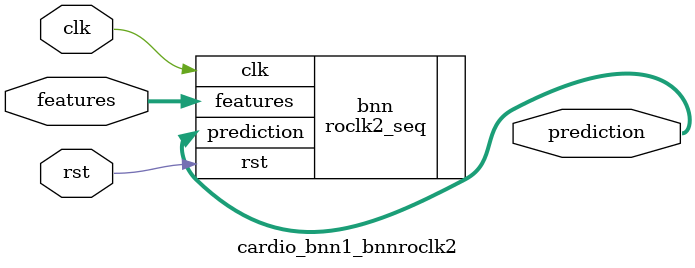
<source format=v>













module cardio_bnn1_bnnroclk2 #(

parameter FEAT_CNT = 19,
parameter HIDDEN_CNT = 40,
parameter FEAT_BITS = 4,
parameter CLASS_CNT = 3,
parameter TEST_CNT = 1000


  ) (
  input clk,
  input rst,
  input [FEAT_CNT*FEAT_BITS-1:0] features,
  output [$clog2(CLASS_CNT)-1:0] prediction
  );

  localparam Weights0 = 760'b0000011011111100100011101010010000101011000001110111011001000001001000110000111101101000110100100011001000110001010010010100000010100011010111011011101110101010101110011100110100000011000000001011000010110101111110000101100111100000111010111101011100000011110111010000010010010110100011110010111010100010011000001100011000110011100010000001000111001010111001010110100000001000000110000111000100001010011111100000111010111000011011010101001110100100001011101110010000010010101000111101011000101100000000011011101000010000000110011110101001111111001000110000000101001000011000101001101010101011101101011010101100110010001111011001000101101100110001101001000010001110101101101101101110101100101111000110001001010100100101000101011100100101010100111101000110101011 ;
  localparam Weights1 = 120'b101010000001111100000011001000100011100111001011000110110011011101101001101001110100101100111001001101110110000110110011 ;

  roclk2_seq #(.FEAT_CNT(FEAT_CNT),.FEAT_BITS(FEAT_BITS),.HIDDEN_CNT(HIDDEN_CNT),.CLASS_CNT(CLASS_CNT),.Weights0(Weights0),.Weights1(Weights1)) bnn (
    .clk(clk),
    .rst(rst),
    .features(features),
    .prediction(prediction)
  );

endmodule

</source>
